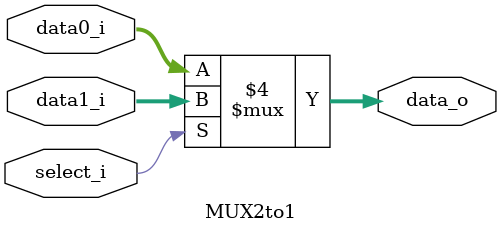
<source format=v>
module MUX2to1(
    data0_i, 
    data1_i, 
    select_i, 
    data_o
);
input select_i;
input [31:0] data0_i, data1_i;
output reg [31:0] data_o;

always @(select_i or data0_i or data1_i) 
    begin
        if(~select_i)
            data_o <= data0_i;
        else
            data_o <= data1_i;

    end 
endmodule
</source>
